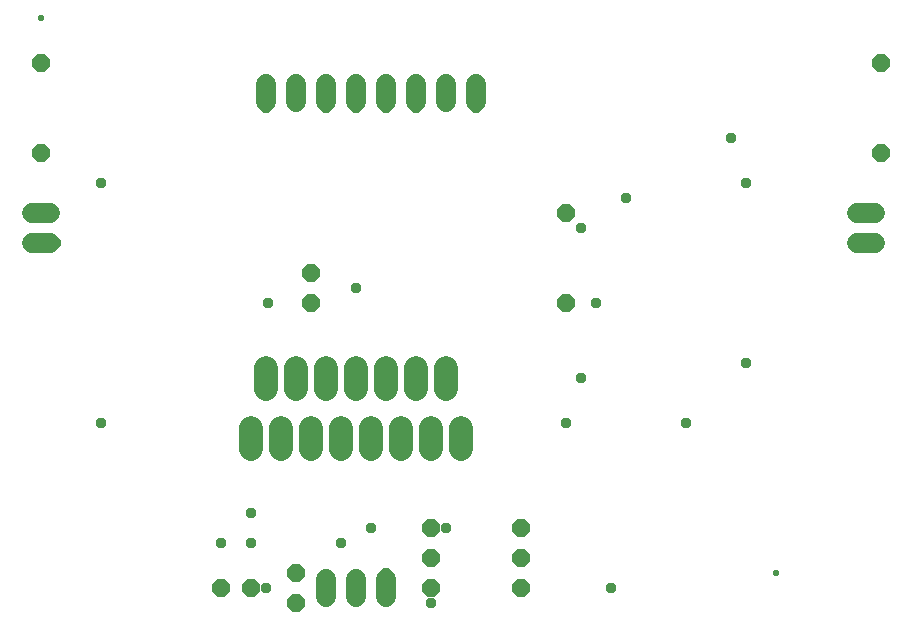
<source format=gbr>
G04 EAGLE Gerber RS-274X export*
G75*
%MOMM*%
%FSLAX34Y34*%
%LPD*%
%INSoldermask Bottom*%
%IPPOS*%
%AMOC8*
5,1,8,0,0,1.08239X$1,22.5*%
G01*
%ADD10C,0.553200*%
%ADD11P,1.649562X8X112.500000*%
%ADD12C,1.727200*%
%ADD13C,2.003200*%
%ADD14P,1.649562X8X22.500000*%
%ADD15P,1.649562X8X202.500000*%
%ADD16C,0.959600*%


D10*
X25400Y546100D03*
X647700Y76200D03*
D11*
X241300Y50800D03*
X241300Y76200D03*
X254000Y304800D03*
X254000Y330200D03*
D12*
X215900Y474980D02*
X215900Y490220D01*
X241300Y490220D02*
X241300Y474980D01*
X393700Y474980D02*
X393700Y490220D01*
X368300Y490220D02*
X368300Y474980D01*
X266700Y474980D02*
X266700Y490220D01*
X292100Y490220D02*
X292100Y474980D01*
X317500Y474980D02*
X317500Y490220D01*
X342900Y490220D02*
X342900Y474980D01*
D11*
X469900Y304800D03*
X469900Y381000D03*
D13*
X292100Y250300D02*
X292100Y232300D01*
X304800Y199500D02*
X304800Y181500D01*
X317500Y232300D02*
X317500Y250300D01*
X330200Y199500D02*
X330200Y181500D01*
X342900Y232300D02*
X342900Y250300D01*
X355600Y199500D02*
X355600Y181500D01*
X279400Y181500D02*
X279400Y199500D01*
X266700Y232300D02*
X266700Y250300D01*
X254000Y199500D02*
X254000Y181500D01*
X241300Y232300D02*
X241300Y250300D01*
X228600Y199500D02*
X228600Y181500D01*
X368300Y232300D02*
X368300Y250300D01*
X381000Y199500D02*
X381000Y181500D01*
X215900Y232300D02*
X215900Y250300D01*
X203200Y199500D02*
X203200Y181500D01*
D12*
X33020Y381000D02*
X17780Y381000D01*
X17780Y355600D02*
X33020Y355600D01*
X716280Y355600D02*
X731520Y355600D01*
X731520Y381000D02*
X716280Y381000D01*
D11*
X25400Y431800D03*
X25400Y508000D03*
X736600Y431800D03*
X736600Y508000D03*
D14*
X177800Y63500D03*
X203200Y63500D03*
D15*
X431800Y63500D03*
X355600Y63500D03*
D12*
X266700Y55880D02*
X266700Y71120D01*
X292100Y71120D02*
X292100Y55880D01*
X317500Y55880D02*
X317500Y71120D01*
D14*
X355600Y88900D03*
X431800Y88900D03*
X355600Y114300D03*
X431800Y114300D03*
D16*
X292100Y254000D03*
X292100Y317500D03*
X571500Y203200D03*
X622300Y254000D03*
X622300Y406400D03*
X177800Y101600D03*
X508000Y63500D03*
X520700Y393700D03*
X609600Y444500D03*
X317500Y76200D03*
X217830Y304800D03*
X266700Y469900D03*
X254000Y203200D03*
X292100Y469900D03*
X279400Y203200D03*
X317500Y469900D03*
X317500Y254000D03*
X342900Y469900D03*
X342900Y254000D03*
X279400Y101600D03*
X203200Y101600D03*
X203200Y127000D03*
X203200Y177800D03*
X368300Y114300D03*
X381000Y177800D03*
X76200Y406400D03*
X38100Y355600D03*
X76200Y203200D03*
X495300Y304800D03*
X482600Y368300D03*
X304800Y114300D03*
X469900Y203200D03*
X482600Y241300D03*
X215900Y63500D03*
X355600Y50800D03*
X215900Y469900D03*
X266700Y254000D03*
X393700Y469900D03*
M02*

</source>
